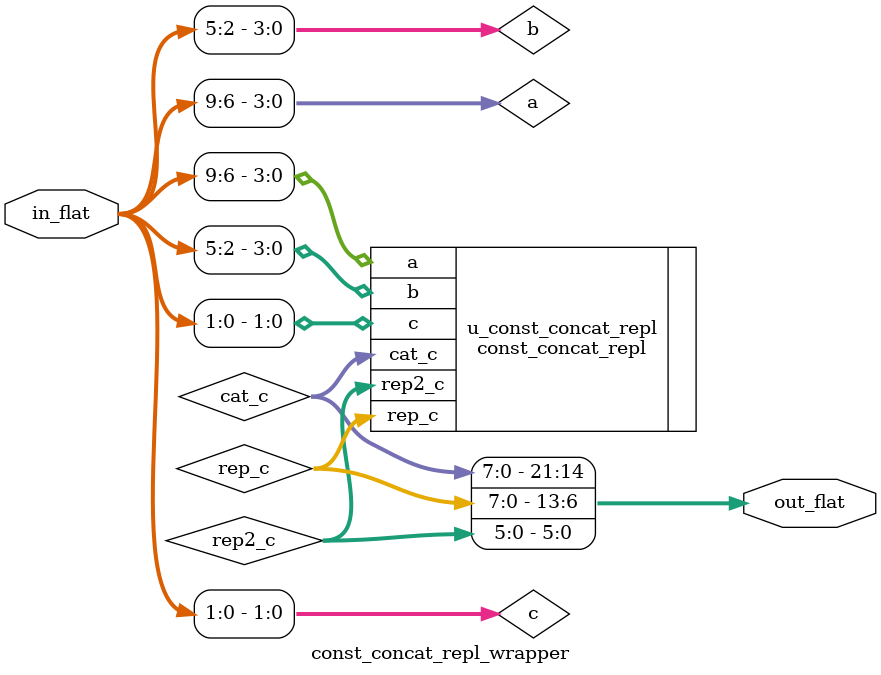
<source format=sv>
module const_concat_repl_wrapper (
    input  wire [9:0] in_flat,
    output wire [21:0] out_flat
);

  // Slice `in_flat` into original inputs
  wire [3:0] a = in_flat[9:6];
  wire [3:0] b = in_flat[5:2];
  wire [1:0] c = in_flat[1:0];

  // Wires to capture original module outputs
  wire [7:0] cat_c;
  wire [7:0] rep_c;
  wire [5:0] rep2_c;

  // Instantiate the original module
  const_concat_repl u_const_concat_repl (
    .a(a),
    .b(b),
    .c(c),
    .cat_c(cat_c),
    .rep_c(rep_c),
    .rep2_c(rep2_c)
  );

  // Pack original outputs into `out_flat`
  assign out_flat[21:14] = cat_c;
  assign out_flat[13:6] = rep_c;
  assign out_flat[5:0] = rep2_c;

endmodule  // const_concat_repl_wrapper
</source>
